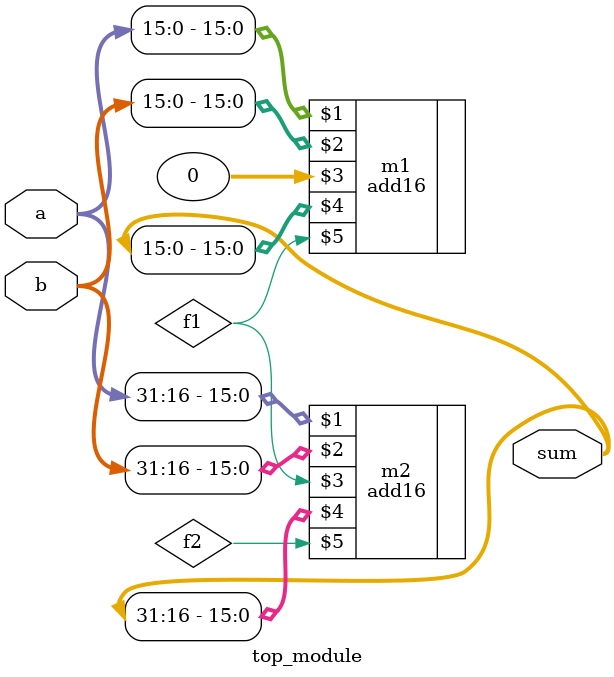
<source format=v>
module top_module(
    input [31:0] a,
    input [31:0] b,
    output [31:0] sum
);
    wire f1, f2;
    add16 m1 (a[15:0], b[15:0], 0, sum[15:0], f1);
    add16 m2 (a[31:16], b[31:16], f1, sum[31:16], f2);

endmodule
</source>
